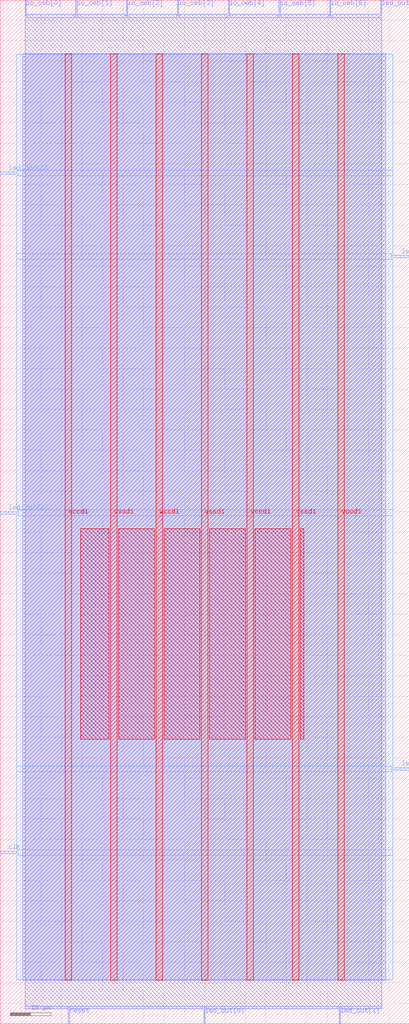
<source format=lef>
VERSION 5.7 ;
  NOWIREEXTENSIONATPIN ON ;
  DIVIDERCHAR "/" ;
  BUSBITCHARS "[]" ;
MACRO seven_segment_seconds
  CLASS BLOCK ;
  FOREIGN seven_segment_seconds ;
  ORIGIN 0.000 0.000 ;
  SIZE 100.000 BY 250.000 ;
  PIN clk
    DIRECTION INPUT ;
    USE SIGNAL ;
    PORT
      LAYER met3 ;
        RECT 0.000 41.520 4.000 42.120 ;
    END
  END clk
  PIN io_oeb[0]
    DIRECTION OUTPUT TRISTATE ;
    USE SIGNAL ;
    PORT
      LAYER met2 ;
        RECT 6.070 246.000 6.350 250.000 ;
    END
  END io_oeb[0]
  PIN io_oeb[1]
    DIRECTION OUTPUT TRISTATE ;
    USE SIGNAL ;
    PORT
      LAYER met2 ;
        RECT 18.490 246.000 18.770 250.000 ;
    END
  END io_oeb[1]
  PIN io_oeb[2]
    DIRECTION OUTPUT TRISTATE ;
    USE SIGNAL ;
    PORT
      LAYER met2 ;
        RECT 30.910 246.000 31.190 250.000 ;
    END
  END io_oeb[2]
  PIN io_oeb[3]
    DIRECTION OUTPUT TRISTATE ;
    USE SIGNAL ;
    PORT
      LAYER met2 ;
        RECT 43.330 246.000 43.610 250.000 ;
    END
  END io_oeb[3]
  PIN io_oeb[4]
    DIRECTION OUTPUT TRISTATE ;
    USE SIGNAL ;
    PORT
      LAYER met2 ;
        RECT 55.750 246.000 56.030 250.000 ;
    END
  END io_oeb[4]
  PIN io_oeb[5]
    DIRECTION OUTPUT TRISTATE ;
    USE SIGNAL ;
    PORT
      LAYER met2 ;
        RECT 68.170 246.000 68.450 250.000 ;
    END
  END io_oeb[5]
  PIN io_oeb[6]
    DIRECTION OUTPUT TRISTATE ;
    USE SIGNAL ;
    PORT
      LAYER met2 ;
        RECT 80.590 246.000 80.870 250.000 ;
    END
  END io_oeb[6]
  PIN led_out[0]
    DIRECTION OUTPUT TRISTATE ;
    USE SIGNAL ;
    PORT
      LAYER met2 ;
        RECT 49.770 0.000 50.050 4.000 ;
    END
  END led_out[0]
  PIN led_out[1]
    DIRECTION OUTPUT TRISTATE ;
    USE SIGNAL ;
    PORT
      LAYER met2 ;
        RECT 82.890 0.000 83.170 4.000 ;
    END
  END led_out[1]
  PIN led_out[2]
    DIRECTION OUTPUT TRISTATE ;
    USE SIGNAL ;
    PORT
      LAYER met3 ;
        RECT 0.000 124.480 4.000 125.080 ;
    END
  END led_out[2]
  PIN led_out[3]
    DIRECTION OUTPUT TRISTATE ;
    USE SIGNAL ;
    PORT
      LAYER met2 ;
        RECT 93.010 246.000 93.290 250.000 ;
    END
  END led_out[3]
  PIN led_out[4]
    DIRECTION OUTPUT TRISTATE ;
    USE SIGNAL ;
    PORT
      LAYER met3 ;
        RECT 96.000 61.920 100.000 62.520 ;
    END
  END led_out[4]
  PIN led_out[5]
    DIRECTION OUTPUT TRISTATE ;
    USE SIGNAL ;
    PORT
      LAYER met3 ;
        RECT 0.000 207.440 4.000 208.040 ;
    END
  END led_out[5]
  PIN led_out[6]
    DIRECTION OUTPUT TRISTATE ;
    USE SIGNAL ;
    PORT
      LAYER met3 ;
        RECT 96.000 187.040 100.000 187.640 ;
    END
  END led_out[6]
  PIN reset
    DIRECTION INPUT ;
    USE SIGNAL ;
    PORT
      LAYER met2 ;
        RECT 16.650 0.000 16.930 4.000 ;
    END
  END reset
  PIN vccd1
    DIRECTION INOUT ;
    USE POWER ;
    PORT
      LAYER met4 ;
        RECT 15.840 10.640 17.440 236.880 ;
    END
    PORT
      LAYER met4 ;
        RECT 38.080 10.640 39.680 236.880 ;
    END
    PORT
      LAYER met4 ;
        RECT 60.320 10.640 61.920 236.880 ;
    END
    PORT
      LAYER met4 ;
        RECT 82.560 10.640 84.160 236.880 ;
    END
  END vccd1
  PIN vssd1
    DIRECTION INOUT ;
    USE GROUND ;
    PORT
      LAYER met4 ;
        RECT 26.960 10.640 28.560 236.880 ;
    END
    PORT
      LAYER met4 ;
        RECT 49.200 10.640 50.800 236.880 ;
    END
    PORT
      LAYER met4 ;
        RECT 71.440 10.640 73.040 236.880 ;
    END
  END vssd1
  OBS
      LAYER li1 ;
        RECT 5.520 10.795 94.300 236.725 ;
      LAYER met1 ;
        RECT 5.520 10.640 94.300 236.880 ;
      LAYER met2 ;
        RECT 6.630 245.720 18.210 246.570 ;
        RECT 19.050 245.720 30.630 246.570 ;
        RECT 31.470 245.720 43.050 246.570 ;
        RECT 43.890 245.720 55.470 246.570 ;
        RECT 56.310 245.720 67.890 246.570 ;
        RECT 68.730 245.720 80.310 246.570 ;
        RECT 81.150 245.720 92.730 246.570 ;
        RECT 6.080 4.280 93.280 245.720 ;
        RECT 6.080 3.670 16.370 4.280 ;
        RECT 17.210 3.670 49.490 4.280 ;
        RECT 50.330 3.670 82.610 4.280 ;
        RECT 83.450 3.670 93.280 4.280 ;
      LAYER met3 ;
        RECT 4.000 208.440 96.000 236.805 ;
        RECT 4.400 207.040 96.000 208.440 ;
        RECT 4.000 188.040 96.000 207.040 ;
        RECT 4.000 186.640 95.600 188.040 ;
        RECT 4.000 125.480 96.000 186.640 ;
        RECT 4.400 124.080 96.000 125.480 ;
        RECT 4.000 62.920 96.000 124.080 ;
        RECT 4.000 61.520 95.600 62.920 ;
        RECT 4.000 42.520 96.000 61.520 ;
        RECT 4.400 41.120 96.000 42.520 ;
        RECT 4.000 10.715 96.000 41.120 ;
      LAYER met4 ;
        RECT 19.615 69.535 26.560 120.865 ;
        RECT 28.960 69.535 37.680 120.865 ;
        RECT 40.080 69.535 48.800 120.865 ;
        RECT 51.200 69.535 59.920 120.865 ;
        RECT 62.320 69.535 71.040 120.865 ;
        RECT 73.440 69.535 74.225 120.865 ;
  END
END seven_segment_seconds
END LIBRARY


</source>
